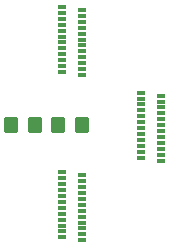
<source format=gbr>
%TF.GenerationSoftware,KiCad,Pcbnew,9.0.2*%
%TF.CreationDate,2025-05-31T16:15:56-04:00*%
%TF.ProjectId,pd-buddy-wye,70642d62-7564-4647-992d-7779652e6b69,v1.1*%
%TF.SameCoordinates,Original*%
%TF.FileFunction,Paste,Top*%
%TF.FilePolarity,Positive*%
%FSLAX46Y46*%
G04 Gerber Fmt 4.6, Leading zero omitted, Abs format (unit mm)*
G04 Created by KiCad (PCBNEW 9.0.2) date 2025-05-31 16:15:56*
%MOMM*%
%LPD*%
G01*
G04 APERTURE LIST*
G04 Aperture macros list*
%AMRoundRect*
0 Rectangle with rounded corners*
0 $1 Rounding radius*
0 $2 $3 $4 $5 $6 $7 $8 $9 X,Y pos of 4 corners*
0 Add a 4 corners polygon primitive as box body*
4,1,4,$2,$3,$4,$5,$6,$7,$8,$9,$2,$3,0*
0 Add four circle primitives for the rounded corners*
1,1,$1+$1,$2,$3*
1,1,$1+$1,$4,$5*
1,1,$1+$1,$6,$7*
1,1,$1+$1,$8,$9*
0 Add four rect primitives between the rounded corners*
20,1,$1+$1,$2,$3,$4,$5,0*
20,1,$1+$1,$4,$5,$6,$7,0*
20,1,$1+$1,$6,$7,$8,$9,0*
20,1,$1+$1,$8,$9,$2,$3,0*%
G04 Aperture macros list end*
%ADD10R,0.700000X0.300000*%
%ADD11RoundRect,0.250000X0.350000X0.450000X-0.350000X0.450000X-0.350000X-0.450000X0.350000X-0.450000X0*%
G04 APERTURE END LIST*
D10*
%TO.C,U1*%
X113980000Y-115250000D03*
X113980000Y-114750000D03*
X113980000Y-114250000D03*
X113980000Y-113750000D03*
X113980000Y-113250000D03*
X113980000Y-112750000D03*
X113980000Y-112250000D03*
X113980000Y-111750000D03*
X113980000Y-111250000D03*
X113980000Y-110750000D03*
X113980000Y-110250000D03*
X113980000Y-109750000D03*
X115680000Y-110000000D03*
X115680000Y-110500000D03*
X115680000Y-111000000D03*
X115680000Y-111500000D03*
X115680000Y-112000000D03*
X115680000Y-112500000D03*
X115680000Y-113000000D03*
X115680000Y-113500000D03*
X115680000Y-114000000D03*
X115680000Y-114500000D03*
X115680000Y-115000000D03*
X115680000Y-115500000D03*
%TD*%
D11*
%TO.C,R1*%
X109000000Y-112500000D03*
X107000000Y-112500000D03*
%TD*%
%TO.C,R2*%
X105000000Y-112500000D03*
X103000000Y-112500000D03*
%TD*%
D10*
%TO.C,J1*%
X109020000Y-102750000D03*
X109020000Y-103250000D03*
X109020000Y-103750000D03*
X109020000Y-104250000D03*
X109020000Y-104750000D03*
X109020000Y-105250000D03*
X109020000Y-105750000D03*
X109020000Y-106250000D03*
X109020000Y-106750000D03*
X109020000Y-107250000D03*
X109020000Y-107750000D03*
X109020000Y-108250000D03*
X107320000Y-108000000D03*
X107320000Y-107500000D03*
X107320000Y-107000000D03*
X107320000Y-106500000D03*
X107320000Y-106000000D03*
X107320000Y-105500000D03*
X107320000Y-105000000D03*
X107320000Y-104500000D03*
X107320000Y-104000000D03*
X107320000Y-103500000D03*
X107320000Y-103000000D03*
X107320000Y-102500000D03*
%TD*%
%TO.C,J2*%
X109020000Y-116750000D03*
X109020000Y-117250000D03*
X109020000Y-117750000D03*
X109020000Y-118250000D03*
X109020000Y-118750000D03*
X109020000Y-119250000D03*
X109020000Y-119750000D03*
X109020000Y-120250000D03*
X109020000Y-120750000D03*
X109020000Y-121250000D03*
X109020000Y-121750000D03*
X109020000Y-122250000D03*
X107320000Y-122000000D03*
X107320000Y-121500000D03*
X107320000Y-121000000D03*
X107320000Y-120500000D03*
X107320000Y-120000000D03*
X107320000Y-119500000D03*
X107320000Y-119000000D03*
X107320000Y-118500000D03*
X107320000Y-118000000D03*
X107320000Y-117500000D03*
X107320000Y-117000000D03*
X107320000Y-116500000D03*
%TD*%
M02*

</source>
